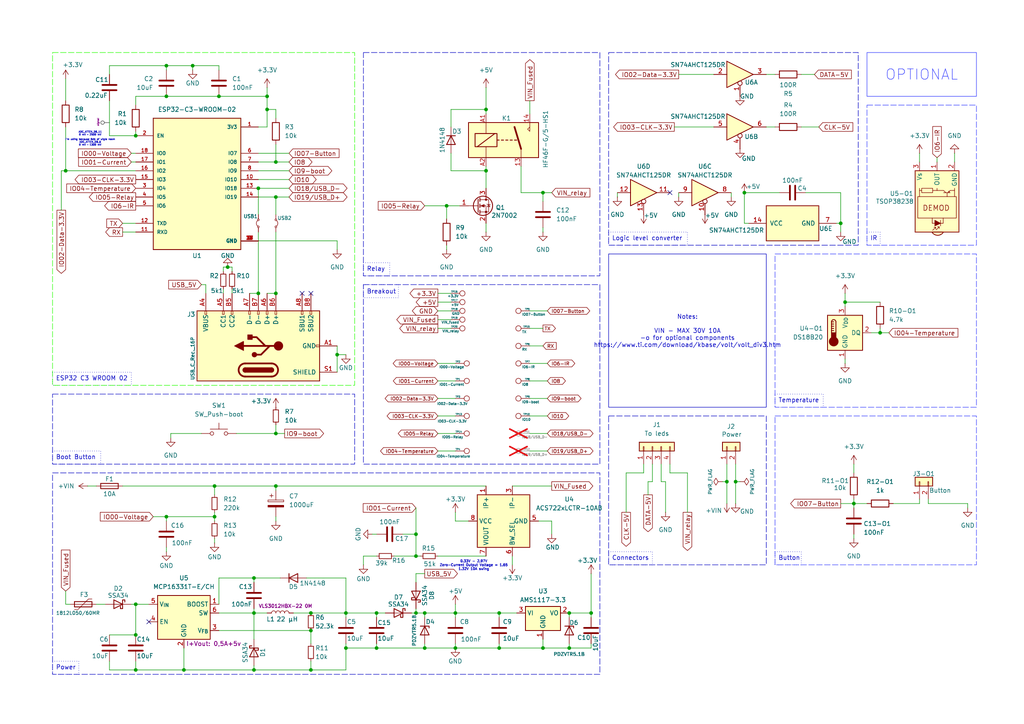
<source format=kicad_sch>
(kicad_sch (version 20231120) (generator "eeschema") (generator_version "8.0")
  (paper "A4")
  (title_block (title "wled_controller") (company "Drawn by Tomáš Kuchta") (comment 4 "V0.31"))
  (junction (at 80.01 57.15))
  (junction (at 80.01 140.97))
  (junction (at 77.47 31.75))
  (junction (at 109.22 177.8))
  (junction (at 215.9 55.88))
  (junction (at 90.17 182.88))
  (junction (at 80.01 46.99))
  (junction (at 73.66 177.8))
  (junction (at 39.37 194.31))
  (junction (at 73.66 194.31))
  (junction (at 140.97 49.53))
  (junction (at 39.37 175.26))
  (junction (at 48.26 27.94))
  (junction (at 140.97 31.75))
  (junction (at 74.93 54.61))
  (junction (at 109.22 187.96))
  (junction (at 157.48 55.88))
  (junction (at 132.08 187.96))
  (junction (at 165.1 187.96))
  (junction (at 77.47 27.94))
  (junction (at 247.65 146.05))
  (junction (at 80.01 125.73))
  (junction (at 255.27 96.52))
  (junction (at 66.04 77.47))
  (junction (at 63.5 27.94))
  (junction (at 129.54 59.69))
  (junction (at 100.33 187.96))
  (junction (at 165.1 177.8))
  (junction (at 123.19 187.96))
  (junction (at 53.34 194.31))
  (junction (at 123.19 177.8))
  (junction (at 100.33 177.8))
  (junction (at 48.26 19.05))
  (junction (at 144.78 187.96))
  (junction (at 210.82 139.7))
  (junction (at 19.05 49.53))
  (junction (at 171.45 177.8))
  (junction (at 62.23 140.97))
  (junction (at 74.93 85.09))
  (junction (at 245.11 87.63))
  (junction (at 120.65 154.94))
  (junction (at 120.65 161.29))
  (junction (at 144.78 177.8))
  (junction (at 48.26 149.86))
  (junction (at 132.08 177.8))
  (junction (at 90.17 194.31))
  (junction (at 62.23 149.86))
  (junction (at 120.65 177.8))
  (junction (at 157.48 187.96))
  (junction (at 39.37 184.15))
  (junction (at 90.17 177.8))
  (junction (at 80.01 85.09))
  (junction (at 55.88 19.05))
  (junction (at 73.66 167.64))
  (junction (at 39.37 39.37))
  (junction (at 97.79 102.87))
  (junction (at 213.36 139.7))
  (junction (at 243.84 64.77))
  (no_connect (at 87.63 85.09))
  (no_connect (at 43.18 180.34))
  (no_connect (at 90.17 85.09))
  (no_connect (at 194.31 55.88))
  (wire (pts (xy 194.31 137.16) (xy 194.31 134.62)))
  (wire (pts (xy 44.45 149.86) (xy 48.26 149.86)))
  (wire (pts (xy 213.36 134.62) (xy 213.36 139.7)))
  (wire (pts (xy 165.1 177.8) (xy 165.1 179.07)))
  (wire (pts (xy 255.27 95.25) (xy 255.27 96.52)))
  (wire (pts (xy 186.69 137.16) (xy 181.61 137.16)))
  (wire (pts (xy 187.96 139.7) (xy 187.96 143.51)))
  (wire (pts (xy 129.54 71.12) (xy 129.54 72.39)))
  (wire (pts (xy 123.19 177.8) (xy 123.19 179.07)))
  (wire (pts (xy 39.37 30.48) (xy 39.37 27.94)))
  (wire (pts (xy 130.81 44.45) (xy 130.81 49.53)))
  (wire (pts (xy 31.75 29.21) (xy 31.75 39.37)))
  (wire (pts (xy 157.48 185.42) (xy 157.48 187.96)))
  (wire (pts (xy 148.59 161.29) (xy 148.59 163.83)))
  (wire (pts (xy 158.75 90.17) (xy 153.67 90.17)))
  (wire (pts (xy 77.47 31.75) (xy 77.47 36.83)))
  (wire (pts (xy 27.94 175.26) (xy 30.48 175.26)))
  (wire (pts (xy 31.75 39.37) (xy 39.37 39.37)))
  (wire (pts (xy 62.23 156.21) (xy 62.23 157.48)))
  (wire (pts (xy 132.08 175.26) (xy 132.08 177.8)))
  (wire (pts (xy 127 161.29) (xy 140.97 161.29)))
  (wire (pts (xy 247.65 146.05) (xy 243.84 146.05)))
  (wire (pts (xy 90.17 191.77) (xy 90.17 194.31)))
  (wire (pts (xy 245.11 87.63) (xy 245.11 88.9)))
  (wire (pts (xy 158.75 115.57) (xy 153.67 115.57)))
  (wire (pts (xy 127 130.81) (xy 132.08 130.81)))
  (wire (pts (xy 19.05 175.26) (xy 20.32 175.26)))
  (wire (pts (xy 158.75 130.81) (xy 153.67 130.81)))
  (wire (pts (xy 97.79 69.85) (xy 97.79 72.39)))
  (wire (pts (xy 144.78 186.69) (xy 144.78 187.96)))
  (wire (pts (xy 247.65 146.05) (xy 251.46 146.05)))
  (wire (pts (xy 144.78 187.96) (xy 157.48 187.96)))
  (wire (pts (xy 63.5 175.26) (xy 63.5 167.64)))
  (wire (pts (xy 157.48 187.96) (xy 165.1 187.96)))
  (wire (pts (xy 48.26 19.05) (xy 55.88 19.05)))
  (wire (pts (xy 59.69 82.55) (xy 59.69 85.09)))
  (wire (pts (xy 62.23 149.86) (xy 62.23 151.13)))
  (wire (pts (xy 127 92.71) (xy 130.81 92.71)))
  (wire (pts (xy 179.07 55.88) (xy 179.07 57.15)))
  (wire (pts (xy 80.01 123.19) (xy 80.01 125.73)))
  (wire (pts (xy 39.37 194.31) (xy 53.34 194.31)))
  (wire (pts (xy 269.24 146.05) (xy 269.24 144.78)))
  (wire (pts (xy 90.17 177.8) (xy 100.33 177.8)))
  (wire (pts (xy 276.86 44.45) (xy 276.86 46.99)))
  (wire (pts (xy 193.04 139.7) (xy 191.77 139.7)))
  (wire (pts (xy 123.19 187.96) (xy 132.08 187.96)))
  (wire (pts (xy 80.01 57.15) (xy 83.82 57.15)))
  (wire (pts (xy 63.5 19.05) (xy 63.5 20.32)))
  (wire (pts (xy 74.93 52.07) (xy 83.82 52.07)))
  (wire (pts (xy 232.41 36.83) (xy 237.49 36.83)))
  (wire (pts (xy 165.1 187.96) (xy 171.45 187.96)))
  (wire (pts (xy 245.11 104.14) (xy 245.11 105.41)))
  (wire (pts (xy 140.97 49.53) (xy 140.97 54.61)))
  (wire (pts (xy 109.22 154.94) (xy 107.95 154.94)))
  (wire (pts (xy 31.75 194.31) (xy 39.37 194.31)))
  (wire (pts (xy 123.19 186.69) (xy 123.19 187.96)))
  (wire (pts (xy 62.23 140.97) (xy 80.01 140.97)))
  (wire (pts (xy 74.93 36.83) (xy 77.47 36.83)))
  (wire (pts (xy 68.58 125.73) (xy 80.01 125.73)))
  (wire (pts (xy 233.68 55.88) (xy 243.84 55.88)))
  (wire (pts (xy 31.75 21.59) (xy 31.75 19.05)))
  (wire (pts (xy 88.9 167.64) (xy 100.33 167.64)))
  (wire (pts (xy 120.65 177.8) (xy 119.38 177.8)))
  (wire (pts (xy 55.88 19.05) (xy 55.88 20.32)))
  (wire (pts (xy 38.1 175.26) (xy 39.37 175.26)))
  (wire (pts (xy 247.65 146.05) (xy 247.65 147.32)))
  (wire (pts (xy 72.39 85.09) (xy 74.93 85.09)))
  (wire (pts (xy 132.08 186.69) (xy 132.08 187.96)))
  (wire (pts (xy 80.01 57.15) (xy 80.01 62.23)))
  (wire (pts (xy 80.01 46.99) (xy 83.82 46.99)))
  (wire (pts (xy 109.22 187.96) (xy 123.19 187.96)))
  (wire (pts (xy 80.01 142.24) (xy 80.01 140.97)))
  (wire (pts (xy 158.75 105.41) (xy 153.67 105.41)))
  (wire (pts (xy 80.01 67.31) (xy 80.01 85.09)))
  (wire (pts (xy 187.96 139.7) (xy 189.23 139.7)))
  (wire (pts (xy 247.65 154.94) (xy 247.65 156.21)))
  (wire (pts (xy 39.37 175.26) (xy 43.18 175.26)))
  (wire (pts (xy 245.11 87.63) (xy 245.11 85.09)))
  (wire (pts (xy 132.08 151.13) (xy 135.89 151.13)))
  (wire (pts (xy 73.66 167.64) (xy 73.66 168.91)))
  (wire (pts (xy 39.37 49.53) (xy 19.05 49.53)))
  (wire (pts (xy 35.56 67.31) (xy 39.37 67.31)))
  (wire (pts (xy 129.54 59.69) (xy 129.54 63.5)))
  (wire (pts (xy 186.69 137.16) (xy 186.69 134.62)))
  (wire (pts (xy 255.27 87.63) (xy 245.11 87.63)))
  (wire (pts (xy 48.26 149.86) (xy 62.23 149.86)))
  (wire (pts (xy 66.04 77.47) (xy 67.31 77.47)))
  (wire (pts (xy 123.19 59.69) (xy 129.54 59.69)))
  (wire (pts (xy 217.17 64.77) (xy 215.9 64.77)))
  (wire (pts (xy 243.84 64.77) (xy 242.57 64.77)))
  (wire (pts (xy 109.22 177.8) (xy 109.22 179.07)))
  (wire (pts (xy 144.78 177.8) (xy 144.78 179.07)))
  (wire (pts (xy 243.84 67.31) (xy 243.84 64.77)))
  (wire (pts (xy 48.26 19.05) (xy 48.26 20.32)))
  (wire (pts (xy 153.67 29.21) (xy 153.67 33.02)))
  (wire (pts (xy 64.77 83.82) (xy 64.77 85.09)))
  (wire (pts (xy 73.66 194.31) (xy 90.17 194.31)))
  (wire (pts (xy 132.08 187.96) (xy 144.78 187.96)))
  (wire (pts (xy 77.47 85.09) (xy 80.01 85.09)))
  (wire (pts (xy 74.93 57.15) (xy 80.01 57.15)))
  (wire (pts (xy 73.66 167.64) (xy 81.28 167.64)))
  (wire (pts (xy 73.66 177.8) (xy 73.66 185.42)))
  (wire (pts (xy 191.77 139.7) (xy 191.77 134.62)))
  (wire (pts (xy 39.37 175.26) (xy 39.37 184.15)))
  (wire (pts (xy 222.25 36.83) (xy 224.79 36.83)))
  (wire (pts (xy 39.37 38.1) (xy 39.37 39.37)))
  (wire (pts (xy 127 105.41) (xy 132.08 105.41)))
  (wire (pts (xy 151.13 55.88) (xy 157.48 55.88)))
  (wire (pts (xy 74.93 44.45) (xy 83.82 44.45)))
  (wire (pts (xy 55.88 19.05) (xy 63.5 19.05)))
  (wire (pts (xy 157.48 58.42) (xy 157.48 55.88)))
  (wire (pts (xy 130.81 31.75) (xy 140.97 31.75)))
  (wire (pts (xy 130.81 49.53) (xy 140.97 49.53)))
  (wire (pts (xy 114.3 161.29) (xy 120.65 161.29)))
  (wire (pts (xy 151.13 48.26) (xy 151.13 55.88)))
  (wire (pts (xy 100.33 177.8) (xy 100.33 179.07)))
  (wire (pts (xy 105.41 161.29) (xy 109.22 161.29)))
  (wire (pts (xy 222.25 21.59) (xy 224.79 21.59)))
  (wire (pts (xy 144.78 177.8) (xy 149.86 177.8)))
  (wire (pts (xy 209.55 139.7) (xy 210.82 139.7)))
  (wire (pts (xy 255.27 96.52) (xy 257.81 96.52)))
  (wire (pts (xy 109.22 177.8) (xy 111.76 177.8)))
  (wire (pts (xy 80.01 125.73) (xy 82.55 125.73)))
  (wire (pts (xy 127 115.57) (xy 132.08 115.57)))
  (wire (pts (xy 105.41 163.83) (xy 105.41 161.29)))
  (wire (pts (xy 153.67 95.25) (xy 157.48 95.25)))
  (wire (pts (xy 35.56 64.77) (xy 39.37 64.77)))
  (wire (pts (xy 25.4 140.97) (xy 27.94 140.97)))
  (wire (pts (xy 31.75 184.15) (xy 39.37 184.15)))
  (wire (pts (xy 158.75 120.65) (xy 153.67 120.65)))
  (wire (pts (xy 157.48 66.04) (xy 157.48 67.31)))
  (wire (pts (xy 64.77 77.47) (xy 66.04 77.47)))
  (wire (pts (xy 49.53 127) (xy 49.53 125.73)))
  (wire (pts (xy 17.78 49.53) (xy 19.05 49.53)))
  (wire (pts (xy 247.65 144.78) (xy 247.65 146.05)))
  (wire (pts (xy 19.05 49.53) (xy 19.05 36.83)))
  (wire (pts (xy 232.41 21.59) (xy 236.22 21.59)))
  (wire (pts (xy 127 87.63) (xy 130.81 87.63)))
  (wire (pts (xy 196.85 21.59) (xy 207.01 21.59)))
  (wire (pts (xy 39.37 27.94) (xy 48.26 27.94)))
  (wire (pts (xy 271.78 45.72) (xy 271.78 46.99)))
  (wire (pts (xy 100.33 187.96) (xy 109.22 187.96)))
  (wire (pts (xy 48.26 27.94) (xy 63.5 27.94)))
  (wire (pts (xy 97.79 100.33) (xy 97.79 102.87)))
  (wire (pts (xy 127 95.25) (xy 130.81 95.25)))
  (wire (pts (xy 266.7 146.05) (xy 266.7 144.78)))
  (wire (pts (xy 73.66 176.53) (xy 73.66 177.8)))
  (wire (pts (xy 19.05 22.86) (xy 19.05 29.21)))
  (wire (pts (xy 74.93 67.31) (xy 74.93 85.09)))
  (wire (pts (xy 252.73 96.52) (xy 255.27 96.52)))
  (wire (pts (xy 31.75 19.05) (xy 48.26 19.05)))
  (wire (pts (xy 38.1 44.45) (xy 39.37 44.45)))
  (wire (pts (xy 171.45 166.37) (xy 171.45 177.8)))
  (wire (pts (xy 85.09 177.8) (xy 90.17 177.8)))
  (wire (pts (xy 140.97 48.26) (xy 140.97 49.53)))
  (wire (pts (xy 121.92 161.29) (xy 120.65 161.29)))
  (wire (pts (xy 127 85.09) (xy 130.81 85.09)))
  (wire (pts (xy 90.17 182.88) (xy 90.17 186.69)))
  (wire (pts (xy 127 110.49) (xy 132.08 110.49)))
  (wire (pts (xy 80.01 151.13) (xy 80.01 149.86)))
  (wire (pts (xy 53.34 194.31) (xy 53.34 187.96)))
  (wire (pts (xy 199.39 137.16) (xy 199.39 148.59)))
  (wire (pts (xy 80.01 34.29) (xy 80.01 31.75)))
  (wire (pts (xy 120.65 147.32) (xy 120.65 154.94)))
  (wire (pts (xy 153.67 100.33) (xy 157.48 100.33)))
  (wire (pts (xy 259.08 146.05) (xy 266.7 146.05)))
  (wire (pts (xy 280.67 146.05) (xy 280.67 147.32)))
  (wire (pts (xy 165.1 186.69) (xy 165.1 187.96)))
  (wire (pts (xy 140.97 31.75) (xy 140.97 33.02)))
  (wire (pts (xy 199.39 137.16) (xy 194.31 137.16)))
  (wire (pts (xy 19.05 175.26) (xy 19.05 171.45)))
  (wire (pts (xy 48.26 158.75) (xy 48.26 160.02)))
  (wire (pts (xy 210.82 134.62) (xy 210.82 139.7)))
  (wire (pts (xy 73.66 193.04) (xy 73.66 194.31)))
  (wire (pts (xy 49.53 125.73) (xy 58.42 125.73)))
  (wire (pts (xy 48.26 151.13) (xy 48.26 149.86)))
  (wire (pts (xy 212.09 55.88) (xy 212.09 57.15)))
  (wire (pts (xy 193.04 139.7) (xy 193.04 148.59)))
  (wire (pts (xy 158.75 125.73) (xy 153.67 125.73)))
  (wire (pts (xy 181.61 137.16) (xy 181.61 148.59)))
  (wire (pts (xy 247.65 134.62) (xy 247.65 137.16)))
  (wire (pts (xy 215.9 55.88) (xy 226.06 55.88)))
  (wire (pts (xy 63.5 182.88) (xy 90.17 182.88)))
  (wire (pts (xy 39.37 194.31) (xy 39.37 191.77)))
  (wire (pts (xy 77.47 25.4) (xy 77.47 27.94)))
  (wire (pts (xy 62.23 140.97) (xy 62.23 143.51)))
  (wire (pts (xy 156.21 151.13) (xy 160.02 151.13)))
  (wire (pts (xy 120.65 166.37) (xy 120.65 168.91)))
  (wire (pts (xy 73.66 177.8) (xy 77.47 177.8)))
  (wire (pts (xy 58.42 82.55) (xy 59.69 82.55)))
  (wire (pts (xy 132.08 151.13) (xy 132.08 148.59)))
  (wire (pts (xy 157.48 55.88) (xy 160.02 55.88)))
  (wire (pts (xy 140.97 25.4) (xy 140.97 31.75)))
  (wire (pts (xy 132.08 177.8) (xy 144.78 177.8)))
  (wire (pts (xy 63.5 27.94) (xy 77.47 27.94)))
  (wire (pts (xy 195.58 36.83) (xy 207.01 36.83)))
  (wire (pts (xy 130.81 36.83) (xy 130.81 31.75)))
  (wire (pts (xy 100.33 167.64) (xy 100.33 177.8)))
  (wire (pts (xy 127 125.73) (xy 132.08 125.73)))
  (wire (pts (xy 243.84 55.88) (xy 243.84 64.77)))
  (wire (pts (xy 140.97 64.77) (xy 140.97 67.31)))
  (wire (pts (xy 120.65 177.8) (xy 123.19 177.8)))
  (wire (pts (xy 63.5 177.8) (xy 73.66 177.8)))
  (wire (pts (xy 97.79 102.87) (xy 97.79 107.95)))
  (wire (pts (xy 90.17 194.31) (xy 100.33 194.31)))
  (wire (pts (xy 80.01 46.99) (xy 80.01 41.91)))
  (wire (pts (xy 74.93 54.61) (xy 83.82 54.61)))
  (wire (pts (xy 148.59 140.97) (xy 160.02 140.97)))
  (wire (pts (xy 116.84 154.94) (xy 120.65 154.94)))
  (wire (pts (xy 74.93 46.99) (xy 80.01 46.99)))
  (wire (pts (xy 123.19 177.8) (xy 132.08 177.8)))
  (wire (pts (xy 210.82 146.05) (xy 210.82 139.7)))
  (wire (pts (xy 64.77 77.47) (xy 64.77 78.74)))
  (wire (pts (xy 196.85 55.88) (xy 196.85 57.15)))
  (wire (pts (xy 100.33 186.69) (xy 100.33 187.96)))
  (wire (pts (xy 120.65 154.94) (xy 120.65 161.29)))
  (wire (pts (xy 171.45 186.69) (xy 171.45 187.96)))
  (wire (pts (xy 35.56 140.97) (xy 62.23 140.97)))
  (wire (pts (xy 67.31 83.82) (xy 67.31 85.09)))
  (wire (pts (xy 215.9 64.77) (xy 215.9 55.88)))
  (wire (pts (xy 214.63 139.7) (xy 213.36 139.7)))
  (wire (pts (xy 62.23 148.59) (xy 62.23 149.86)))
  (wire (pts (xy 123.19 166.37) (xy 120.65 166.37)))
  (wire (pts (xy 100.33 177.8) (xy 109.22 177.8)))
  (wire (pts (xy 80.01 31.75) (xy 77.47 31.75)))
  (wire (pts (xy 74.93 69.85) (xy 97.79 69.85)))
  (wire (pts (xy 109.22 186.69) (xy 109.22 187.96)))
  (wire (pts (xy 80.01 140.97) (xy 140.97 140.97)))
  (wire (pts (xy 189.23 134.62) (xy 189.23 139.7)))
  (wire (pts (xy 213.36 139.7) (xy 213.36 146.05)))
  (wire (pts (xy 17.78 49.53) (xy 17.78 60.96)))
  (wire (pts (xy 165.1 177.8) (xy 171.45 177.8)))
  (wire (pts (xy 133.35 59.69) (xy 129.54 59.69)))
  (wire (pts (xy 97.79 102.87) (xy 100.33 102.87)))
  (wire (pts (xy 127 120.65) (xy 132.08 120.65)))
  (wire (pts (xy 160.02 151.13) (xy 160.02 154.94)))
  (wire (pts (xy 31.75 194.31) (xy 31.75 191.77)))
  (wire (pts (xy 53.34 194.31) (xy 73.66 194.31)))
  (wire (pts (xy 100.33 194.31) (xy 100.33 187.96)))
  (wire (pts (xy 171.45 179.07) (xy 171.45 177.8)))
  (wire (pts (xy 74.93 54.61) (xy 74.93 62.23)))
  (wire (pts (xy 63.5 167.64) (xy 73.66 167.64)))
  (wire (pts (xy 120.65 176.53) (xy 120.65 177.8)))
  (wire (pts (xy 132.08 177.8) (xy 132.08 179.07)))
  (wire (pts (xy 266.7 44.45) (xy 266.7 46.99)))
  (wire (pts (xy 74.93 49.53) (xy 83.82 49.53)))
  (wire (pts (xy 38.1 46.99) (xy 39.37 46.99)))
  (wire (pts (xy 67.31 77.47) (xy 67.31 78.74)))
  (wire (pts (xy 158.75 110.49) (xy 153.67 110.49)))
  (wire (pts (xy 77.47 27.94) (xy 77.47 31.75)))
  (wire (pts (xy 269.24 146.05) (xy 280.67 146.05)))
  (wire (pts (xy 127 90.17) (xy 130.81 90.17)))
  (rectangle (start 105.41 15.24) (end 173.99 80.01) (stroke (width 0) (type dash)))
  (rectangle (start 105.41 82.55) (end 173.99 134.62) (stroke (width 0) (type dash)))
  (rectangle (start 15.24 137.16) (end 173.99 195.58) (stroke (width 0) (type dash)))
  (rectangle (start 251.46 30.48) (end 283.21 71.12) (stroke (width 0) (type dash) (color 52 60 255 1)))
  (rectangle (start 224.79 73.66) (end 283.21 118.11) (stroke (width 0) (type dash) (color 52 60 255 1)))
  (rectangle (start 224.79 120.65) (end 283.21 163.83) (stroke (width 0) (type dash) (color 52 60 255 1)))
  (rectangle (start 176.53 120.65) (end 222.25 163.83) (stroke (width 0) (type dash)))
  (rectangle (start 15.24 15.24) (end 102.87 111.76) (stroke (width 0) (type dash) (color 36 255 0 1)))
  (rectangle (start 176.53 15.24) (end 248.92 71.12) (stroke (width 0) (type dash)))
  (rectangle (start 15.24 114.3) (end 102.87 134.62) (stroke (width 0) (type dash)))
  (text_box "Notes:\n\nVIN - MAX 30V 10A\n-o for optional components\nhttps://www.ti.com/download/kbase/volt/volt_div3.htm" (at 176.53 73.66 0) (size 45.72 44.45) (effects (font (size 1.27 1.27))))
  (text_box "Button" (at 224.79 160.02 0) (size 7.62 3.81) (stroke (width 0) (type dot)) (effects (font (size 1.27 1.27)) (justify left top)))
  (text_box "Relay" (at 105.41 76.2 0) (size 7.62 3.81) (stroke (width 0) (type dot)) (effects (font (size 1.27 1.27)) (justify left top)))
  (text_box "Connectors" (at 176.53 160.02 0) (size 12.7 3.81) (stroke (width 0) (type dot)) (effects (font (size 1.27 1.27)) (justify left top)))
  (text_box "Breakout" (at 105.41 82.55 0) (size 10.16 3.81) (stroke (width 0) (type dot)) (effects (font (size 1.27 1.27)) (justify left)))
  (text_box "ESP32 ­C3 ­WROOM ­02" (at 15.24 107.95 0) (size 22.86 3.81) (stroke (width 0) (type dot)) (effects (font (size 1.27 1.27)) (justify left top)))
  (text_box "Power" (at 15.24 191.77 0) (size 7.62 3.81) (stroke (width 0) (type dot)) (effects (font (size 1.27 1.27)) (justify left top)))
  (text_box "IR" (at 251.46 67.31 0) (size 3.81 3.81) (stroke (width 0) (type dot)) (effects (font (size 1.27 1.27)) (justify left top)))
  (text_box "Logic level converter" (at 176.53 67.31 0) (size 22.86 3.81) (stroke (width 0) (type dot)) (effects (font (size 1.27 1.27)) (justify left top)))
  (text_box "OPTIONAL" (at 251.46 15.24 0) (size 31.75 12.7) (stroke (width 0) (color 52 60 255 1)) (effects (font (size 3 3))))
  (text_box "Temperature" (at 224.79 114.3 0) (size 13.97 3.81) (stroke (width 0) (type dot)) (effects (font (size 1.27 1.27)) (justify left top)))
  (text_box "Boot Button" (at 15.24 130.81 0) (size 13.97 3.81) (stroke (width 0) (type dot)) (effects (font (size 1.27 1.27)) (justify left top)))
  (text "ADC_ATTEN_DB_11\n0 mV ~ 2500 mV" (at 26.162 38.862 0) (effects (font (size 0.5 0.5))))
  (text "0.33V - 2.97V\nZero-Current Output Voltage = 1.65\n1.32V 10A swing" (at 137.414 164.084 0) (effects (font (size 0.7 0.7))))
  (text "I'm using because 6db of wigle room\nADC_ATTEN_DB_6\n0 mV ~ 1300 mV" (at 26.162 41.402 0) (effects (font (size 0.5 0.5))))
  (global_label "TX" (shape input) (at 35.56 64.77 180) (property "Intersheetrefs" "${INTERSHEET_REFS}" (effects (hide yes))))
  (global_label "IO03-CLK-3.3V" (shape bidirectional) (at 127 120.65 180) (effects (font (size 1 1))) (property "Intersheetrefs" "${INTERSHEET_REFS}" (effects (hide yes))))
  (global_label "IO19{slash}USB_D+" (shape bidirectional) (at 158.75 130.81 0) (effects (font (size 1 1))) (property "Intersheetrefs" "${INTERSHEET_REFS}" (effects (hide yes))))
  (global_label "DATA-5V" (shape output) (at 187.96 143.51 270) (property "Intersheetrefs" "${INTERSHEET_REFS}" (effects (hide yes))))
  (global_label "IO6-IR" (shape output) (at 39.37 59.69 180) (property "Intersheetrefs" "${INTERSHEET_REFS}" (effects (hide yes))))
  (global_label "IO07-Button" (shape bidirectional) (at 158.75 90.17 0) (effects (font (size 1 1))) (property "Intersheetrefs" "${INTERSHEET_REFS}" (effects (hide yes))))
  (global_label "IO05-Relay" (shape input) (at 123.19 59.69 180) (property "Intersheetrefs" "${INTERSHEET_REFS}" (effects (hide yes))))
  (global_label "IO10" (shape bidirectional) (at 158.75 120.65 0) (effects (font (size 1 1))) (property "Intersheetrefs" "${INTERSHEET_REFS}" (effects (hide yes))))
  (global_label "IO10" (shape bidirectional) (at 83.82 52.07 0) (property "Intersheetrefs" "${INTERSHEET_REFS}" (effects (hide yes))))
  (global_label "IO00-Voltage" (shape input) (at 44.45 149.86 180) (property "Intersheetrefs" "${INTERSHEET_REFS}" (effects (hide yes))))
  (global_label "IO07-Button" (shape output) (at 243.84 146.05 180) (property "Intersheetrefs" "${INTERSHEET_REFS}" (effects (hide yes))))
  (global_label "IO00-Voltage" (shape input) (at 38.1 44.45 180) (property "Intersheetrefs" "${INTERSHEET_REFS}" (effects (hide yes))))
  (global_label "DATA-5V" (shape input) (at 236.22 21.59 0) (property "Intersheetrefs" "${INTERSHEET_REFS}" (effects (hide yes))))
  (global_label "RX" (shape input) (at 157.48 100.33 0) (effects (font (size 1 1))) (property "Intersheetrefs" "${INTERSHEET_REFS}" (effects (hide yes))))
  (global_label "CLK-5V" (shape input) (at 237.49 36.83 0) (property "Intersheetrefs" "${INTERSHEET_REFS}" (effects (hide yes))))
  (global_label "+5V" (shape output) (at 127 87.63 180) (property "Intersheetrefs" "${INTERSHEET_REFS}" (effects (hide yes))))
  (global_label "+3.3V" (shape output) (at 127 85.09 180) (property "Intersheetrefs" "${INTERSHEET_REFS}" (effects (hide yes))))
  (global_label "IO19{slash}USB_D+" (shape bidirectional) (at 83.82 57.15 0) (property "Intersheetrefs" "${INTERSHEET_REFS}" (effects (hide yes))))
  (global_label "IO8" (shape bidirectional) (at 158.75 110.49 0) (effects (font (size 1 1))) (property "Intersheetrefs" "${INTERSHEET_REFS}" (effects (hide yes))))
  (global_label "IO02-Data-3.3V" (shape output) (at 196.85 21.59 180) (property "Intersheetrefs" "${INTERSHEET_REFS}" (effects (hide yes))))
  (global_label "IO9-boot" (shape bidirectional) (at 158.75 115.57 0) (effects (font (size 1 1))) (property "Intersheetrefs" "${INTERSHEET_REFS}" (effects (hide yes))))
  (global_label "IO05-Relay" (shape bidirectional) (at 127 125.73 180) (effects (font (size 1 1))) (property "Intersheetrefs" "${INTERSHEET_REFS}" (effects (hide yes))))
  (global_label "VIN_Fused" (shape output) (at 160.02 140.97 0) (property "Intersheetrefs" "${INTERSHEET_REFS}" (effects (hide yes))))
  (global_label "IO9-boot" (shape output) (at 82.55 125.73 0) (property "Intersheetrefs" "${INTERSHEET_REFS}" (effects (hide yes))))
  (global_label "VIN_Fused" (shape output) (at 127 92.71 180) (property "Intersheetrefs" "${INTERSHEET_REFS}" (effects (hide yes))))
  (global_label "IO18{slash}USB_D-" (shape bidirectional) (at 83.82 54.61 0) (property "Intersheetrefs" "${INTERSHEET_REFS}" (effects (hide yes))))
  (global_label "VIN_relay" (shape output) (at 127 95.25 180) (property "Intersheetrefs" "${INTERSHEET_REFS}" (effects (hide yes))))
  (global_label "IO01-Current" (shape bidirectional) (at 127 110.49 180) (effects (font (size 1 1))) (property "Intersheetrefs" "${INTERSHEET_REFS}" (effects (hide yes))))
  (global_label "IO02-Data-3.3V" (shape bidirectional) (at 127 115.57 180) (effects (font (size 1 1))) (property "Intersheetrefs" "${INTERSHEET_REFS}" (effects (hide yes))))
  (global_label "IO9-boot" (shape bidirectional) (at 83.82 49.53 0) (property "Intersheetrefs" "${INTERSHEET_REFS}" (effects (hide yes))))
  (global_label "IO00-Voltage" (shape bidirectional) (at 127 105.41 180) (effects (font (size 1 1))) (property "Intersheetrefs" "${INTERSHEET_REFS}" (effects (hide yes))))
  (global_label "IO07-Button" (shape input) (at 83.82 44.45 0) (property "Intersheetrefs" "${INTERSHEET_REFS}" (effects (hide yes))))
  (global_label "IO04-Temperature" (shape input) (at 257.81 96.52 0) (property "Intersheetrefs" "${INTERSHEET_REFS}" (effects (hide yes))))
  (global_label "USB_5V" (shape output) (at 123.19 166.37 0) (property "Intersheetrefs" "${INTERSHEET_REFS}" (effects (hide yes))))
  (global_label "IO18{slash}USB_D-" (shape bidirectional) (at 158.75 125.73 0) (effects (font (size 1 1))) (property "Intersheetrefs" "${INTERSHEET_REFS}" (effects (hide yes))))
  (global_label "IO01-Current" (shape input) (at 38.1 46.99 180) (property "Intersheetrefs" "${INTERSHEET_REFS}" (effects (hide yes))))
  (global_label "IO05-Relay" (shape output) (at 39.37 57.15 180) (property "Intersheetrefs" "${INTERSHEET_REFS}" (effects (hide yes))))
  (global_label "TX" (shape output) (at 157.48 95.25 0) (effects (font (size 1 1))) (property "Intersheetrefs" "${INTERSHEET_REFS}" (effects (hide yes))))
  (global_label "VIN_relay" (shape output) (at 199.39 148.59 270) (property "Intersheetrefs" "${INTERSHEET_REFS}" (effects (hide yes))))
  (global_label "IO6-IR" (shape input) (at 271.78 45.72 90) (property "Intersheetrefs" "${INTERSHEET_REFS}" (effects (hide yes))))
  (global_label "VIN_Fused" (shape output) (at 153.67 29.21 90) (property "Intersheetrefs" "${INTERSHEET_REFS}" (effects (hide yes))))
  (global_label "IO04-Temperature" (shape bidirectional) (at 127 130.81 180) (effects (font (size 1 1))) (property "Intersheetrefs" "${INTERSHEET_REFS}" (effects (hide yes))))
  (global_label "RX" (shape output) (at 35.56 67.31 180) (property "Intersheetrefs" "${INTERSHEET_REFS}" (effects (hide yes))))
  (global_label "IO01-Current" (shape input) (at 120.65 147.32 180) (property "Intersheetrefs" "${INTERSHEET_REFS}" (effects (hide yes))))
  (global_label "IO6-IR" (shape bidirectional) (at 158.75 105.41 0) (effects (font (size 1 1))) (property "Intersheetrefs" "${INTERSHEET_REFS}" (effects (hide yes))))
  (global_label "IO04-Temperature" (shape input) (at 39.37 54.61 180) (property "Intersheetrefs" "${INTERSHEET_REFS}" (effects (hide yes))))
  (global_label "USB_5V" (shape input) (at 58.42 82.55 180) (property "Intersheetrefs" "${INTERSHEET_REFS}" (effects (hide yes))))
  (global_label "IO03-CLK-3.3V" (shape output) (at 39.37 52.07 180) (property "Intersheetrefs" "${INTERSHEET_REFS}" (effects (hide yes))))
  (global_label "IO8" (shape bidirectional) (at 83.82 46.99 0) (property "Intersheetrefs" "${INTERSHEET_REFS}" (effects (hide yes))))
  (global_label "CLK-5V" (shape output) (at 181.61 148.59 270) (property "Intersheetrefs" "${INTERSHEET_REFS}" (effects (hide yes))))
  (global_label "IO02-Data-3.3V" (shape output) (at 17.78 60.96 270) (property "Intersheetrefs" "${INTERSHEET_REFS}" (effects (hide yes))))
  (global_label "VIN_Fused" (shape input) (at 19.05 171.45 90) (property "Intersheetrefs" "${INTERSHEET_REFS}" (effects (hide yes))))
  (global_label "IO03-CLK-3.3V" (shape output) (at 195.58 36.83 180) (property "Intersheetrefs" "${INTERSHEET_REFS}" (effects (hide yes))))
  (global_label "VIN_relay" (shape input) (at 160.02 55.88 0) (property "Intersheetrefs" "${INTERSHEET_REFS}" (effects (hide yes))))
  (global_label "GND" (shape bidirectional) (at 127 90.17 180) (property "Intersheetrefs" "${INTERSHEET_REFS}" (effects (hide yes))))
  (netclass_flag "" (length 2) (shape round) (at 31.75 35.56 90) (property "Netclass" "signal" (at 28.448 36.576 90) (effects (font (size 0.5 0.5) (italic yes)) (justify left))))
  (symbol (lib_id "Connector_Generic:Conn_01x04") (at 189.23 129.54 90) (unit 1)
    (property "Reference" "J1" (at 190.5 123.19 90))
    (property "Value" "To leds" (at 190.5 125.73 90))
    (property "Description" "Generic connector, single row, 01x04, script generated (kicad-library-utils/schlib/autogen/connector/)" (effects (hide yes)))
  )
  (symbol (lib_id "power:+5V") (at 186.69 62.23 180) (unit 1)
    (property "Reference" "#PWR040" (effects (hide yes)))
    (property "Value" "+5V" (at 188.722 62.484 0))
    (property "Description" "Power symbol creates a global label with name \"+5V\"" (effects (hide yes)))
  )
  (symbol (lib_id "Connector:TestPoint") (at 153.67 125.73 90) (mirror x) (unit 1) (in_bom no) (on_board no) (dnp yes)
    (property "Reference" "TP11" (at 153.67 125.222 90) (effects (font (size 0.5 0.5)) (justify left)))
    (property "Value" "IO18/USB_D-" (at 151.384 126.746 90) (effects (font (size 0.7 0.7)) (justify right)))
    (property "Footprint" "TestPoint:TestPoint_Pad_D2.0mm" (effects (hide yes)))
    (property "Description" "test point" (effects (hide yes)))
  )
  (symbol (lib_id "Device:R_Small") (at 124.46 161.29 270) (mirror x) (unit 1)
    (property "Reference" "R15" (at 126.238 159.004 90) (effects (justify right)))
    (property "Value" "51k" (at 126.492 163.576 90) (effects (justify right)))
    (property "Footprint" "Resistor_SMD:R_0805_2012Metric_Pad1.20x1.40mm_HandSolder" (effects (hide yes)))
    (property "Description" "Resistor, small symbol" (effects (hide yes)))
  )
  (symbol (lib_id "Device:C") (at 63.5 24.13 0) (unit 1)
    (property "Reference" "C1" (at 67.31 22.8599 0) (effects (justify left)))
    (property "Value" "100nF" (at 67.31 25.3999 0) (effects (justify left)))
    (property "Footprint" "Capacitor_SMD:C_0805_2012Metric_Pad1.18x1.45mm_HandSolder" (effects (hide yes)))
    (property "Description" "Unpolarized capacitor" (effects (hide yes)))
  )
  (symbol (lib_id "Connector:TestPoint") (at 153.67 100.33 90) (mirror x) (unit 1) (in_bom no)
    (property "Reference" "TP6" (at 153.67 99.822 90) (effects (font (size 0.5 0.5)) (justify left)))
    (property "Value" "RX" (at 151.384 101.346 90) (effects (font (size 0.7 0.7)) (justify right)))
    (property "Footprint" "TestPoint:TestPoint_Pad_D2.0mm" (effects (hide yes)))
    (property "Description" "test point" (effects (hide yes)))
  )
  (symbol (lib_id "power:GND") (at 193.04 148.59 0) (unit 1)
    (property "Reference" "#PWR013" (effects (hide yes)))
    (property "Value" "GND" (at 193.04 153.67 0))
    (property "Description" "Power symbol creates a global label with name \"GND\" , ground" (effects (hide yes)))
  )
  (symbol (lib_id "Device:C") (at 73.66 172.72 0) (mirror y) (unit 1)
    (property "Reference" "C13" (at 73.152 170.18 0) (effects (justify left)))
    (property "Value" "100nF" (at 73.152 175.26 0) (effects (justify left)))
    (property "Footprint" "Capacitor_SMD:C_0805_2012Metric_Pad1.18x1.45mm_HandSolder" (effects (hide yes)))
    (property "Description" "Unpolarized capacitor" (effects (hide yes)))
  )
  (symbol (lib_id "Device:R") (at 255.27 146.05 90) (unit 1)
    (property "Reference" "R12-O1" (at 255.27 139.7 90))
    (property "Value" "1k" (at 255.27 142.24 90))
    (property "Footprint" "Resistor_SMD:R_0805_2012Metric_Pad1.20x1.40mm_HandSolder" (effects (hide yes)))
    (property "Description" "Resistor" (effects (hide yes)))
  )
  (symbol (lib_id "power:+5V") (at 140.97 25.4 0) (unit 1)
    (property "Reference" "#PWR026" (effects (hide yes)))
    (property "Value" "+5V" (at 140.97 20.32 0))
    (property "Description" "Power symbol creates a global label with name \"+5V\"" (effects (hide yes)))
  )
  (symbol (lib_id "power:+3.3V") (at 148.59 163.83 180) (unit 1)
    (property "Reference" "#PWR018" (effects (hide yes)))
    (property "Value" "+3.3V" (at 148.59 167.64 0))
    (property "Description" "Power symbol creates a global label with name \"+3.3V\"" (effects (hide yes)))
  )
  (symbol (lib_id "Device:C") (at 157.48 62.23 0) (unit 1)
    (property "Reference" "C12" (at 161.29 60.9599 0) (effects (justify left)))
    (property "Value" "100nF" (at 161.29 63.4999 0) (effects (justify left)))
    (property "Footprint" "Capacitor_SMD:C_0805_2012Metric_Pad1.18x1.45mm_HandSolder" (effects (hide yes)))
    (property "Description" "Unpolarized capacitor" (effects (hide yes)))
  )
  (symbol (lib_id "Device:Polyfuse") (at 24.13 175.26 90) (unit 1)
    (property "Reference" "F3" (at 24.384 172.466 90))
    (property "Value" "1812L050/60MR" (at 22.606 177.8 90) (effects (font (size 1 1))))
    (property "Footprint" "footprints:FUSE_1812L200_12DR" (effects (hide yes)))
    (property "Datasheet" "https://www.littelfuse.com/~/media/electronics/datasheets/resettable_ptcs/littelfuse_ptc_1812l_datasheet.pdf.pdf" (effects (hide yes)))
    (property "Description" "Resettable fuse, polymeric positive temperature coefficient" (effects (hide yes)))
    (property "Can be found at" "https://www.digikey.com/en/products/detail/littelfuse-inc/1812L075-33DR/2023964" (effects (hide yes)))
    (property "alternative Can be found at" "https://www.digikey.cz/en/products/detail/bel-fuse-inc/0ZCG0110CF2B/6210544" (effects (hide yes)))
  )
  (symbol (lib_id "power:+12V") (at 25.4 140.97 90) (unit 1)
    (property "Reference" "#PWR022" (effects (hide yes)))
    (property "Value" "+VIN" (at 21.59 140.9699 90) (effects (justify left)))
    (property "Description" "Power symbol creates a global label with name \"+12V\"" (effects (hide yes)))
  )
  (symbol (lib_id "74xx:74AHCT125") (at 214.63 36.83 0) (unit 2)
    (property "Reference" "U6" (at 217.932 39.624 0))
    (property "Value" "SN74AHCT125DR" (at 202.438 33.782 0))
    (property "Footprint" "Package_SO:SOIC-14_3.9x8.7mm_P1.27mm" (effects (hide yes)))
    (property "Datasheet" "https://www.ti.com/lit/ds/symlink/sn74ahct125.pdf" (effects (hide yes)))
    (property "Description" "Quadruple Bus Buffer Gates With 3-State Outputs" (effects (hide yes)))
  )
  (symbol (lib_id "power:GND") (at 62.23 157.48 0) (unit 1)
    (property "Reference" "#PWR017" (effects (hide yes)))
    (property "Value" "GND" (at 62.23 161.544 0))
    (property "Description" "Power symbol creates a global label with name \"GND\" , ground" (effects (hide yes)))
  )
  (symbol (lib_id "power:GND") (at 140.97 67.31 0) (unit 1)
    (property "Reference" "#PWR024" (effects (hide yes)))
    (property "Value" "GND" (at 140.97 72.39 0))
    (property "Description" "Power symbol creates a global label with name \"GND\" , ground" (effects (hide yes)))
  )
  (symbol (lib_id "Device:C") (at 48.26 24.13 0) (mirror y) (unit 1)
    (property "Reference" "C2" (at 44.45 22.8599 0) (effects (justify left)))
    (property "Value" "10uF" (at 44.45 25.3999 0) (effects (justify left)))
    (property "Footprint" "Capacitor_SMD:C_0805_2012Metric_Pad1.18x1.45mm_HandSolder" (effects (hide yes)))
    (property "Description" "Unpolarized capacitor" (effects (hide yes)))
  )
  (symbol (lib_id "power:GND") (at 160.02 154.94 0) (unit 1)
    (property "Reference" "#PWR027" (effects (hide yes)))
    (property "Value" "GND" (at 160.274 158.75 0))
    (property "Description" "Power symbol creates a global label with name \"GND\" , ground" (effects (hide yes)))
  )
  (symbol (lib_id "Device:C") (at 132.08 182.88 0) (unit 1)
    (property "Reference" "C8" (at 133.35 180.34 0) (effects (justify left)))
    (property "Value" "100nF" (at 133.604 185.42 0) (effects (justify left)))
    (property "Footprint" "Capacitor_SMD:C_0805_2012Metric_Pad1.18x1.45mm_HandSolder" (effects (hide yes)))
    (property "Description" "Unpolarized capacitor" (effects (hide yes)))
  )
  (symbol (lib_id "power:+5V") (at 132.08 175.26 0) (unit 1)
    (property "Reference" "#PWR015" (effects (hide yes)))
    (property "Value" "+5V" (at 130.048 171.45 0) (effects (justify left)))
    (property "Description" "Power symbol creates a global label with name \"+5V\"" (effects (hide yes)))
  )
  (symbol (lib_id "Device:D") (at 130.81 40.64 90) (mirror x) (unit 1)
    (property "Reference" "D3" (at 133.858 38.1 90) (effects (justify left)))
    (property "Value" "1N4148" (at 128.27 36.83 0) (effects (justify left)))
    (property "Footprint" "Diode_SMD:D_SOD-123" (effects (hide yes)))
    (property "Description" "Diode" (effects (hide yes)))
    (property "Sim.Device" "D" (effects (hide yes)))
    (property "Sim.Pins" "1=K 2=A" (effects (hide yes)))
  )
  (symbol (lib_id "power:GND") (at 280.67 147.32 0) (unit 1)
    (property "Reference" "#PWR032" (effects (hide yes)))
    (property "Value" "GND" (at 280.67 152.4 0))
    (property "Description" "Power symbol creates a global label with name \"GND\" , ground" (effects (hide yes)))
  )
  (symbol (lib_id "Device:R_Small") (at 64.77 81.28 0) (unit 1)
    (property "Reference" "R2" (at 63.5 80.01 0) (effects (justify right)))
    (property "Value" "5k1" (at 64.77 84.328 0) (effects (justify right)))
    (property "Footprint" "Resistor_SMD:R_0805_2012Metric_Pad1.20x1.40mm_HandSolder" (effects (hide yes)))
    (property "Description" "Resistor, small symbol" (effects (hide yes)))
  )
  (symbol (lib_id "Device:R") (at 80.01 38.1 0) (unit 1)
    (property "Reference" "R3" (at 82.55 36.8299 0) (effects (justify left)))
    (property "Value" "10k" (at 82.55 39.3699 0) (effects (justify left)))
    (property "Footprint" "Resistor_SMD:R_0805_2012Metric_Pad1.20x1.40mm_HandSolder" (effects (hide yes)))
    (property "Description" "Resistor" (effects (hide yes)))
  )
  (symbol (lib_id "Connector:TestPoint") (at 153.67 120.65 90) (mirror x) (unit 1) (in_bom no)
    (property "Reference" "TP10" (at 153.67 120.142 90) (effects (font (size 0.5 0.5)) (justify left)))
    (property "Value" "IO10" (at 151.384 121.666 90) (effects (font (size 0.7 0.7)) (justify right)))
    (property "Footprint" "TestPoint:TestPoint_Pad_D2.0mm" (effects (hide yes)))
    (property "Description" "test point" (effects (hide yes)))
  )
  (symbol (lib_id "Connector:TestPoint") (at 153.67 110.49 90) (mirror x) (unit 1) (in_bom no)
    (property "Reference" "TP8" (at 153.67 109.982 90) (effects (font (size 0.5 0.5)) (justify left)))
    (property "Value" "IO8" (at 151.384 111.506 90) (effects (font (size 0.7 0.7)) (justify right)))
    (property "Footprint" "TestPoint:TestPoint_Pad_D2.0mm" (effects (hide yes)))
    (property "Description" "test point" (effects (hide yes)))
  )
  (symbol (lib_id "Device:R_Small") (at 62.23 146.05 0) (mirror y) (unit 1)
    (property "Reference" "R12" (at 64.77 144.7799 0) (effects (justify right)))
    (property "Value" "220k" (at 64.77 147.3199 0) (effects (justify right)))
    (property "Footprint" "Resistor_SMD:R_0805_2012Metric_Pad1.20x1.40mm_HandSolder" (effects (hide yes)))
    (property "Description" "Resistor, small symbol" (effects (hide yes)))
  )
  (symbol (lib_id "power:PWR_FLAG") (at 214.63 139.7 270) (mirror x) (unit 1)
    (property "Reference" "#FLG02" (effects (hide yes)))
    (property "Value" "PWR_FLAG" (at 218.186 143.51 0) (effects (font (size 1 1)) (justify left)))
    (property "Description" "Special symbol for telling ERC where power comes from" (effects (hide yes)))
  )
  (symbol (lib_id "Device:R_Small") (at 90.17 189.23 0) (unit 1)
    (property "Reference" "R11" (at 91.44 187.96 0) (effects (justify left)))
    (property "Value" "10k" (at 91.44 190.5 0) (effects (justify left)))
    (property "Footprint" "Resistor_SMD:R_0805_2012Metric_Pad1.20x1.40mm_HandSolder" (effects (hide yes)))
    (property "Description" "Resistor, small symbol" (effects (hide yes)))
  )
  (symbol (lib_id "Device:D_Schottky") (at 120.65 172.72 270) (mirror x) (unit 1)
    (property "Reference" "D8" (at 125.222 172.72 0))
    (property "Value" "SSA34" (at 123.19 172.72 0))
    (property "Footprint" "Diode_SMD:D_SMA_Handsoldering" (effects (hide yes)))
    (property "Description" "Schottky diode" (effects (hide yes)))
  )
  (symbol (lib_id "Device:R_Small") (at 62.23 153.67 0) (mirror y) (unit 1)
    (property "Reference" "R13" (at 64.77 152.3999 0) (effects (justify right)))
    (property "Value" "10k" (at 64.77 154.9399 0) (effects (justify right)))
    (property "Footprint" "Resistor_SMD:R_0805_2012Metric_Pad1.20x1.40mm_HandSolder" (effects (hide yes)))
    (property "Description" "Resistor, small symbol" (effects (hide yes)))
  )
  (symbol (lib_id "power:GND") (at 107.95 154.94 270) (mirror x) (unit 1)
    (property "Reference" "#PWR038" (effects (hide yes)))
    (property "Value" "GND" (at 103.886 154.94 0))
    (property "Description" "Power symbol creates a global label with name \"GND\" , ground" (effects (hide yes)))
  )
  (symbol (lib_id "Connector:TestPoint") (at 130.81 95.25 270) (unit 1) (in_bom no)
    (property "Reference" "TP20" (at 130.81 94.742 90) (effects (font (size 0.5 0.5)) (justify left)))
    (property "Value" "VIN_relay" (at 128.27 96.012 90) (effects (font (size 0.7 0.7)) (justify left)))
    (property "Footprint" "TestPoint:TestPoint_Pad_D2.0mm" (effects (hide yes)))
    (property "Description" "test point" (effects (hide yes)))
  )
  (symbol (lib_id "power:PWR_FLAG") (at 209.55 139.7 90) (unit 1)
    (property "Reference" "#FLG01" (effects (hide yes)))
    (property "Value" "PWR_FLAG" (at 205.994 143.51 0) (effects (font (size 1 1)) (justify left)))
    (property "Description" "Special symbol for telling ERC where power comes from" (effects (hide yes)))
  )
  (symbol (lib_id "power:GND") (at 129.54 72.39 0) (unit 1)
    (property "Reference" "#PWR025" (effects (hide yes)))
    (property "Value" "GND" (at 129.54 77.47 0))
    (property "Description" "Power symbol creates a global label with name \"GND\" , ground" (effects (hide yes)))
  )
  (symbol (lib_id "symbols:ESP32-C3-WROOM-02-N4") (at 57.15 54.61 0) (unit 1)
    (property "Reference" "U1" (at 57.15 74.168 0))
    (property "Value" "ESP32-C3-WROOM-02" (at 57.15 31.75 0))
    (property "Footprint" "footprints:ESP32-C3-WROOM-02" (effects (hide yes)))
    (property "Datasheet" "https://www.espressif.com/sites/default/files/documentation/esp32-c3-wroom-02_datasheet_en.pdf" (effects (hide yes)))
    (property "Description" "WiFi Modules (802.11) (Engineering Samples) SMD module, ESP32-C3, 4MB SPI flash, PCB antenna, -40 C +105 C" (effects (hide yes)))
    (property "MF" "Espressif Systems" (effects (hide yes)))
    (property "DESCRIPTION" "WiFi Modules (802.11) (Engineering Samples) SMD module, ESP32-C3, 4MB SPI flash, PCB antenna, -40 C +105 C" (effects (hide yes)))
    (property "PACKAGE" "Package" (effects (hide yes)))
    (property "PRICE" "None" (effects (hide yes)))
    (property "Package" "Package" (effects (hide yes)))
    (property "Check_prices" "https://www.snapeda.com/parts/ESP32-C3-WROOM-02-N4/Espressif+Systems/view-part/?ref=eda" (effects (hide yes)))
    (property "SnapEDA_Link" "https://www.snapeda.com/parts/ESP32-C3-WROOM-02-N4/Espressif+Systems/view-part/?ref=snap" (effects (hide yes)))
    (property "MP" "ESP32-C3-WROOM-02-N4" (effects (hide yes)))
    (property "Description_1" "\nWiFi Modules (802.11) (Engineering Samples) SMD module, ESP32-C3, 4MB SPI flash, PCB antenna, -40 C +85 C\n" (effects (hide yes)))
    (property "Can be found at" "https://www.lcsc.com/product-detail/WiFi-Modules_Espressif-Systems-ESP32-C3-WROOM-02-N4_C2934560.html" (effects (hide yes)))
    (property "MANUFACTURER" "Espressif" (effects (hide yes)))
    (property "Price @ LCSC" "$ 2.74" (effects (hide yes)))
    (property "LCSC" "C2934560" (effects (hide yes)))
  )
  (symbol (lib_id "Connector:USB_C_Receptacle_USB2.0_16P") (at 74.93 100.33 90) (unit 1)
    (property "Reference" "J3" (at 56.642 91.186 90) (effects (justify left)))
    (property "Value" "USB_C_Rec._16P" (at 55.88 110.236 0) (effects (font (size 1 1)) (justify left)))
    (property "Footprint" "Connector_USB:USB_C_Receptacle_HRO_TYPE-C-31-M-12" (effects (hide yes)))
    (property "Datasheet" "https://www.usb.org/sites/default/files/documents/usb_type-c.zip" (effects (hide yes)))
    (property "Description" "USB 2.0-only 16P Type-C Receptacle connector" (effects (hide yes)))
    (property "Can be found at" "https://www.lcsc.com/product-detail/USB-Connectors_Korean-Hroparts-Elec-TYPE-C-31-M-12_C165948.html" (effects (hide yes)))
    (property "LCSC" "C165948" (effects (hide yes)))
  )
  (symbol (lib_id "power:GND") (at 132.08 187.96 0) (unit 1)
    (property "Reference" "#PWR016" (effects (hide yes)))
    (property "Value" "GND" (at 134.112 191.77 0) (effects (justify right)))
    (property "Description" "Power symbol creates a global label with name \"GND\" , ground" (effects (hide yes)))
  )
  (symbol (lib_id "74xx:74AHCT125") (at 186.69 55.88 0) (unit 4)
    (property "Reference" "U6" (at 186.69 48.26 0))
    (property "Value" "SN74AHCT125DR" (at 186.69 50.8 0))
    (property "Footprint" "Package_SO:SOIC-14_3.9x8.7mm_P1.27mm" (effects (hide yes)))
    (property "Datasheet" "https://www.ti.com/lit/ds/symlink/sn74ahct125.pdf" (effects (hide yes)))
    (property "Description" "Quadruple Bus Buffer Gates With 3-State Outputs" (effects (hide yes)))
  )
  (symbol (lib_id "power:GND") (at 179.07 57.15 0) (unit 1)
    (property "Reference" "#PWR042" (effects (hide yes)))
    (property "Value" "GND" (at 179.07 62.23 0))
    (property "Description" "Power symbol creates a global label with name \"GND\" , ground" (effects (hide yes)))
  )
  (symbol (lib_id "power:GND") (at 55.88 20.32 0) (unit 1)
    (property "Reference" "#PWR02" (effects (hide yes)))
    (property "Value" "GND" (at 55.88 24.13 0))
    (property "Description" "Power symbol creates a global label with name \"GND\" , ground" (effects (hide yes)))
  )
  (symbol (lib_id "Connector:TestPoint") (at 130.81 87.63 270) (unit 1) (in_bom no)
    (property "Reference" "TP17" (at 130.81 87.122 90) (effects (font (size 0.5 0.5)) (justify left)))
    (property "Value" "+5V" (at 130.81 88.392 90) (effects (font (size 0.7 0.7)) (justify left)))
    (property "Footprint" "TestPoint:TestPoint_Pad_D2.0mm" (effects (hide yes)))
    (property "Description" "test point" (effects (hide yes)))
  )
  (symbol (lib_id "Connector_Generic:Conn_01x02") (at 266.7 139.7 90) (unit 1)
    (property "Reference" "J3-O1" (at 264.668 137.414 90) (effects (justify right)))
    (property "Value" "Button" (at 269.494 142.24 90) (effects (justify right)))
    (property "Footprint" "Connector_JST:JST_XH_S2B-XH-A_1x02_P2.50mm_Horizontal" (effects (hide yes)))
    (property "Description" "Generic connector, single row, 01x02, script generated (kicad-library-utils/schlib/autogen/connector/)" (effects (hide yes)))
  )
  (symbol (lib_id "power:GND") (at 276.86 44.45 180) (unit 1)
    (property "Reference" "#PWR034" (effects (hide yes)))
    (property "Value" "GND" (at 276.86 39.37 0))
    (property "Description" "Power symbol creates a global label with name \"GND\" , ground" (effects (hide yes)))
  )
  (symbol (lib_id "power:+3.3V") (at 77.47 25.4 0) (unit 1)
    (property "Reference" "#PWR01" (effects (hide yes)))
    (property "Value" "+3.3V" (at 77.47 20.32 0))
    (property "Description" "Power symbol creates a global label with name \"+3.3V\"" (effects (hide yes)))
  )
  (symbol (lib_id "Regulator_Linear:AMS1117-3.3") (at 157.48 177.8 0) (unit 1)
    (property "Reference" "U3" (at 157.48 171.45 0))
    (property "Value" "AMS1117-3.3" (at 157.48 173.99 0))
    (property "Footprint" "Package_TO_SOT_SMD:SOT-223-3_TabPin2" (effects (hide yes)))
    (property "Datasheet" "http://www.advanced-monolithic.com/pdf/ds1117.pdf" (effects (hide yes)))
    (property "Description" "1A Low Dropout regulator, positive, 3.3V fixed output, SOT-223" (effects (hide yes)))
  )
  (symbol (lib_id "Device:C") (at 31.75 187.96 0) (mirror y) (unit 1)
    (property "Reference" "C6" (at 31.496 185.42 0) (effects (justify left)))
    (property "Value" "10uF" (at 31.496 190.246 0) (effects (justify left)))
    (property "Footprint" "Capacitor_SMD:C_0805_2012Metric_Pad1.18x1.45mm_HandSolder" (effects (hide yes)))
    (property "Description" "Unpolarized capacitor" (effects (hide yes)))
  )
  (symbol (lib_id "Device:R") (at 129.54 67.31 0) (unit 1)
    (property "Reference" "R9" (at 132.08 66.0399 0) (effects (justify left)))
    (property "Value" "10k" (at 132.08 68.5799 0) (effects (justify left)))
    (property "Footprint" "Resistor_SMD:R_0805_2012Metric_Pad1.20x1.40mm_HandSolder" (effects (hide yes)))
    (property "Description" "Resistor" (effects (hide yes)))
  )
  (symbol (lib_id "power:GND") (at 100.33 102.87 0) (unit 1)
    (property "Reference" "#PWR014" (effects (hide yes)))
    (property "Value" "GND" (at 102.362 106.68 0) (effects (justify right)))
    (property "Description" "Power symbol creates a global label with name \"GND\" , ground" (effects (hide yes)))
  )
  (symbol (lib_id "Device:C") (at 109.22 182.88 0) (unit 1)
    (property "Reference" "C15" (at 109.474 180.594 0) (effects (justify left)))
    (property "Value" "10uF" (at 109.474 185.166 0) (effects (justify left)))
    (property "Footprint" "Capacitor_SMD:C_0805_2012Metric_Pad1.18x1.45mm_HandSolder" (effects (hide yes)))
    (property "Description" "Unpolarized capacitor" (effects (hide yes)))
  )
  (symbol (lib_id "power:GND") (at 49.53 127 0) (unit 1)
    (property "Reference" "#PWR05" (effects (hide yes)))
    (property "Value" "GND" (at 49.53 132.08 0))
    (property "Description" "Power symbol creates a global label with name \"GND\" , ground" (effects (hide yes)))
  )
  (symbol (lib_id "power:GND") (at 97.79 72.39 0) (unit 1)
    (property "Reference" "#PWR03" (effects (hide yes)))
    (property "Value" "GND" (at 97.79 77.47 0))
    (property "Description" "Power symbol creates a global label with name \"GND\" , ground" (effects (hide yes)))
  )
  (symbol (lib_id "power:+12V") (at 210.82 146.05 180) (unit 1)
    (property "Reference" "#PWR011" (effects (hide yes)))
    (property "Value" "+VIN" (at 207.01 148.082 0))
    (property "Description" "Power symbol creates a global label with name \"+12V\"" (effects (hide yes)))
  )
  (symbol (lib_id "Device:R_Small") (at 90.17 180.34 0) (unit 1)
    (property "Reference" "R6" (at 91.44 179.07 0) (effects (justify left)))
    (property "Value" "52.3k" (at 91.44 181.61 0) (effects (justify left)))
    (property "Footprint" "Resistor_SMD:R_0805_2012Metric_Pad1.20x1.40mm_HandSolder" (effects (hide yes)))
    (property "Description" "Resistor, small symbol" (effects (hide yes)))
  )
  (symbol (lib_id "power:GND") (at 157.48 67.31 0) (unit 1)
    (property "Reference" "#PWR035" (effects (hide yes)))
    (property "Value" "GND" (at 157.48 72.39 0))
    (property "Description" "Power symbol creates a global label with name \"GND\" , ground" (effects (hide yes)))
  )
  (symbol (lib_id "Device:R") (at 19.05 33.02 0) (unit 1)
    (property "Reference" "R8" (at 21.59 31.7499 0) (effects (justify left)))
    (property "Value" "10k" (at 21.59 34.2899 0) (effects (justify left)))
    (property "Footprint" "Resistor_SMD:R_0805_2012Metric_Pad1.20x1.40mm_HandSolder" (effects (hide yes)))
    (property "Description" "Resistor" (effects (hide yes)))
  )
  (symbol (lib_id "Device:C") (at 48.26 154.94 0) (unit 1)
    (property "Reference" "C16" (at 49.53 152.4 0) (effects (justify left)))
    (property "Value" "100nF" (at 49.784 157.48 0) (effects (justify left)))
    (property "Footprint" "Capacitor_SMD:C_0805_2012Metric_Pad1.18x1.45mm_HandSolder" (effects (hide yes)))
    (property "Description" "Unpolarized capacitor" (effects (hide yes)))
  )
  (symbol (lib_id "Connector:TestPoint") (at 153.67 115.57 90) (mirror x) (unit 1) (in_bom no)
    (property "Reference" "TP9" (at 153.67 115.062 90) (effects (font (size 0.5 0.5)) (justify left)))
    (property "Value" "IO9-boot" (at 151.384 116.586 90) (effects (font (size 0.7 0.7)) (justify right)))
    (property "Footprint" "TestPoint:TestPoint_Pad_D2.0mm" (effects (hide yes)))
    (property "Description" "test point" (effects (hide yes)))
  )
  (symbol (lib_id "Device:C") (at 171.45 182.88 0) (unit 1)
    (property "Reference" "C10" (at 167.386 184.912 0) (effects (justify left)))
    (property "Value" "10uF" (at 172.72 188.976 90) (effects (justify left)))
    (property "Footprint" "Capacitor_SMD:C_0805_2012Metric_Pad1.18x1.45mm_HandSolder" (effects (hide yes)))
    (property "Description" "Unpolarized capacitor" (effects (hide yes)))
  )
  (symbol (lib_id "74xx:74AHCT125") (at 204.47 55.88 0) (unit 3)
    (property "Reference" "U6" (at 204.47 48.26 0))
    (property "Value" "SN74AHCT125DR" (at 204.47 50.8 0))
    (property "Footprint" "Package_SO:SOIC-14_3.9x8.7mm_P1.27mm" (effects (hide yes)))
    (property "Datasheet" "https://www.ti.com/lit/ds/symlink/sn74ahct125.pdf" (effects (hide yes)))
    (property "Description" "Quadruple Bus Buffer Gates With 3-State Outputs" (effects (hide yes)))
  )
  (symbol (lib_id "power:GND") (at 243.84 67.31 0) (unit 1)
    (property "Reference" "#PWR06" (effects (hide yes)))
    (property "Value" "GND" (at 246.38 70.104 0))
    (property "Description" "Power symbol creates a global label with name \"GND\" , ground" (effects (hide yes)))
  )
  (symbol (lib_id "Connector:TestPoint") (at 132.08 115.57 270) (unit 1) (in_bom no)
    (property "Reference" "TP3" (at 132.08 115.062 90) (effects (font (size 0.5 0.5)) (justify left)))
    (property "Value" "IO02-Data-3.3V" (at 135.636 117.094 90) (effects (font (size 0.7 0.7)) (justify right)))
    (property "Footprint" "TestPoint:TestPoint_Pad_D2.0mm" (effects (hide yes)))
    (property "Description" "test point" (effects (hide yes)))
  )
  (symbol (lib_id "Device:C_Polarized") (at 80.01 146.05 0) (unit 1)
    (property "Reference" "C7" (at 83.82 143.8909 0) (effects (justify left)))
    (property "Value" "1000uF" (at 83.82 146.4309 0) (effects (justify left)))
    (property "Footprint" "Capacitor_THT:CP_Radial_D10.0mm_P5.00mm" (effects (hide yes)))
    (property "Description" "Polarized capacitor" (effects (hide yes)))
  )
  (symbol (lib_id "Device:D_Zener") (at 123.19 182.88 270) (unit 1)
    (property "Reference" "D4" (at 123.444 180.34 90) (effects (justify left)))
    (property "Value" "PDZVTR5.1B" (at 120.142 178.308 0) (effects (font (size 1 1)) (justify left)))
    (property "Footprint" "Diode_SMD:D_SOD-128" (effects (hide yes)))
    (property "Description" "Zener diode" (effects (hide yes)))
  )
  (symbol (lib_id "Device:R") (at 39.37 34.29 0) (mirror y) (unit 1)
    (property "Reference" "R1" (at 36.83 33.0199 0) (effects (justify left)))
    (property "Value" "10k" (at 36.83 35.5599 0) (effects (justify left)))
    (property "Footprint" "Resistor_SMD:R_0805_2012Metric_Pad1.20x1.40mm_HandSolder" (effects (hide yes)))
    (property "Description" "Resistor" (effects (hide yes)))
  )
  (symbol (lib_id "power:GND") (at 247.65 156.21 0) (unit 1)
    (property "Reference" "#PWR031" (effects (hide yes)))
    (property "Value" "GND" (at 247.65 161.29 0))
    (property "Description" "Power symbol creates a global label with name \"GND\" , ground" (effects (hide yes)))
  )
  (symbol (lib_id "power:GND") (at 196.85 57.15 0) (unit 1)
    (property "Reference" "#PWR041" (effects (hide yes)))
    (property "Value" "GND" (at 196.85 62.23 0))
    (property "Description" "Power symbol creates a global label with name \"GND\" , ground" (effects (hide yes)))
  )
  (symbol (lib_id "Connector:TestPoint") (at 153.67 130.81 90) (mirror x) (unit 1) (in_bom no) (on_board no) (dnp yes)
    (property "Reference" "TP12" (at 153.67 130.302 90) (effects (font (size 0.5 0.5)) (justify left)))
    (property "Value" "IO19/USB_D+" (at 151.384 131.826 90) (effects (font (size 0.7 0.7)) (justify right)))
    (property "Footprint" "TestPoint:TestPoint_Pad_D2.0mm" (effects (hide yes)))
    (property "Description" "test point" (effects (hide yes)))
  )
  (symbol (lib_id "Connector:TestPoint") (at 153.67 90.17 90) (mirror x) (unit 1) (in_bom no)
    (property "Reference" "TP5" (at 153.67 89.662 90) (effects (font (size 0.5 0.5)) (justify left)))
    (property "Value" "IO07-Button" (at 151.384 91.186 90) (effects (font (size 0.7 0.7)) (justify right)))
    (property "Footprint" "TestPoint:TestPoint_Pad_D2.0mm" (effects (hide yes)))
    (property "Description" "test point" (effects (hide yes)))
  )
  (symbol (lib_id "Sensor_Temperature:DS18B20") (at 245.11 96.52 0) (unit 1)
    (property "Reference" "U4-O1" (at 238.76 95.2499 0) (effects (justify right)))
    (property "Value" "DS18B20" (at 238.76 97.7899 0) (effects (justify right)))
    (property "Footprint" "Package_TO_SOT_THT:TO-92_Inline" (effects (hide yes)))
    (property "Datasheet" "http://datasheets.maximintegrated.com/en/ds/DS18B20.pdf" (effects (hide yes)))
    (property "Description" "Programmable Resolution 1-Wire Digital Thermometer TO-92" (effects (hide yes)))
  )
  (symbol (lib_id "Connector:TestPoint") (at 153.67 105.41 90) (mirror x) (unit 1) (in_bom no)
    (property "Reference" "TP7" (at 153.67 104.902 90) (effects (font (size 0.5 0.5)) (justify left)))
    (property "Value" "IO6-IR" (at 151.384 106.426 90) (effects (font (size 0.7 0.7)) (justify right)))
    (property "Footprint" "TestPoint:TestPoint_Pad_D2.0mm" (effects (hide yes)))
    (property "Description" "test point" (effects (hide yes)))
  )
  (symbol (lib_id "Device:C") (at 31.75 25.4 0) (unit 1)
    (property "Reference" "C11" (at 31.496 23.114 0) (effects (justify right)))
    (property "Value" "0.22uF" (at 31.242 27.686 0) (effects (justify right)))
    (property "Footprint" "Capacitor_SMD:C_0805_2012Metric_Pad1.18x1.45mm_HandSolder" (effects (hide yes)))
    (property "Description" "Unpolarized capacitor" (effects (hide yes)))
  )
  (symbol (lib_id "Connector:TestPoint") (at 130.81 90.17 270) (unit 1) (in_bom no)
    (property "Reference" "TP18" (at 130.81 89.662 90) (effects (font (size 0.5 0.5)) (justify left)))
    (property "Value" "GND" (at 131.064 90.932 90) (effects (font (size 0.7 0.7)) (justify left)))
    (property "Footprint" "TestPoint:TestPoint_Pad_D2.0mm" (effects (hide yes)))
    (property "Description" "test point" (effects (hide yes)))
  )
  (symbol (lib_id "power:+3.3V") (at 247.65 134.62 0) (mirror y) (unit 1)
    (property "Reference" "#PWR030" (effects (hide yes)))
    (property "Value" "+3.3V" (at 247.65 129.54 0))
    (property "Description" "Power symbol creates a global label with name \"+3.3V\"" (effects (hide yes)))
  )
  (symbol (lib_id "power:GND") (at 245.11 105.41 0) (unit 1)
    (property "Reference" "#PWR028" (effects (hide yes)))
    (property "Value" "GND" (at 245.11 110.49 0))
    (property "Description" "Power symbol creates a global label with name \"GND\" , ground" (effects (hide yes)))
  )
  (symbol (lib_id "Interface_Optical:TSOP382xx") (at 271.78 57.15 90) (unit 1)
    (property "Reference" "U5-O1" (at 258.064 56.134 90) (effects (justify right)))
    (property "Value" "TSOP38238" (at 254 58.42 90) (effects (justify right)))
    (property "Footprint" "OptoDevice:Vishay_MINICAST-3Pin" (effects (hide yes)))
    (property "Datasheet" "http://www.vishay.com/docs/82491/tsop382.pdf" (effects (hide yes)))
    (property "Description" "Photo Modules for PCM Remote Control Systems" (effects (hide yes)))
  )
  (symbol (lib_id "Device:R") (at 255.27 91.44 0) (unit 1)
    (property "Reference" "R10-O1" (at 257.81 90.1699 0) (effects (justify left)))
    (property "Value" "4.7k" (at 257.81 92.7099 0) (effects (justify left)))
    (property "Footprint" "Resistor_SMD:R_0805_2012Metric_Pad1.20x1.40mm_HandSolder" (effects (hide yes)))
    (property "Description" "Resistor" (effects (hide yes)))
  )
  (symbol (lib_id "Jumper:Jumper_2_Small_Bridged") (at 74.93 64.77 90) (unit 1) (exclude_from_sim yes) (in_bom no)
    (property "Reference" "USB1" (at 70.612 62.738 90) (effects (font (size 1 1)) (justify right)))
    (property "Value" "Jumper_2_Small_Bridged" (effects (hide yes)))
    (property "Footprint" "Jumper:SolderJumper-2_P1.3mm_Bridged_RoundedPad1.0x1.5mm" (effects (hide yes)))
    (property "Description" "Jumper, 2-pole, small symbol, bridged" (effects (hide yes)))
  )
  (symbol (lib_id "Device:D_Schottky") (at 115.57 177.8 0) (mirror y) (unit 1)
    (property "Reference" "D7" (at 115.57 173.228 0))
    (property "Value" "SSA34" (at 115.57 175.26 0))
    (property "Footprint" "Diode_SMD:D_SMA_Handsoldering" (effects (hide yes)))
    (property "Description" "Schottky diode" (effects (hide yes)))
  )
  (symbol (lib_id "Device:C") (at 100.33 182.88 0) (unit 1)
    (property "Reference" "C5" (at 100.584 180.34 0) (effects (justify left)))
    (property "Value" "10uF" (at 100.584 185.166 0) (effects (justify left)))
    (property "Footprint" "Capacitor_SMD:C_0805_2012Metric_Pad1.18x1.45mm_HandSolder" (effects (hide yes)))
    (property "Description" "Unpolarized capacitor" (effects (hide yes)))
  )
  (symbol (lib_id "power:+5V") (at 204.47 62.23 180) (unit 1)
    (property "Reference" "#PWR010" (effects (hide yes)))
    (property "Value" "+5V" (at 206.502 62.484 0))
    (property "Description" "Power symbol creates a global label with name \"+5V\"" (effects (hide yes)))
  )
  (symbol (lib_id "Device:C") (at 144.78 182.88 0) (unit 1)
    (property "Reference" "C9" (at 145.796 180.34 0) (effects (justify left)))
    (property "Value" "10uF" (at 145.796 185.166 0) (effects (justify left)))
    (property "Footprint" "Capacitor_SMD:C_0805_2012Metric_Pad1.18x1.45mm_HandSolder" (effects (hide yes)))
    (property "Description" "Unpolarized capacitor" (effects (hide yes)))
  )
  (symbol (lib_id "power:+3.3V") (at 171.45 166.37 0) (unit 1)
    (property "Reference" "#PWR021" (effects (hide yes)))
    (property "Value" "+3.3V" (at 167.386 162.56 0) (effects (justify left)))
    (property "Description" "Power symbol creates a global label with name \"+3.3V\"" (effects (hide yes)))
  )
  (symbol (lib_id "Device:R") (at 247.65 140.97 0) (mirror y) (unit 1)
    (property "Reference" "R11-O1" (at 238.252 139.446 0) (effects (justify right)))
    (property "Value" "10k" (at 241.808 141.478 0) (effects (justify right)))
    (property "Footprint" "Resistor_SMD:R_0805_2012Metric_Pad1.20x1.40mm_HandSolder" (effects (hide yes)))
    (property "Description" "Resistor" (effects (hide yes)))
  )
  (symbol (lib_id "Device:D_Schottky") (at 34.29 175.26 0) (mirror y) (unit 1)
    (property "Reference" "D2" (at 34.29 170.688 0))
    (property "Value" "SSA34" (at 34.29 172.72 0))
    (property "Footprint" "Diode_SMD:D_SMA_Handsoldering" (effects (hide yes)))
    (property "Description" "Schottky diode" (effects (hide yes)))
  )
  (symbol (lib_id "Connector:TestPoint") (at 132.08 105.41 270) (unit 1) (in_bom no)
    (property "Reference" "TP2" (at 132.08 104.902 90) (effects (font (size 0.5 0.5)) (justify left)))
    (property "Value" "IO00-Voltage" (at 134.62 106.426 90) (effects (font (size 0.7 0.7)) (justify right)))
    (property "Footprint" "TestPoint:TestPoint_Pad_D2.0mm" (effects (hide yes)))
    (property "Description" "test point" (effects (hide yes)))
  )
  (symbol (lib_id "power:+5V") (at 215.9 55.88 0) (unit 1)
    (property "Reference" "#PWR07" (effects (hide yes)))
    (property "Value" "+5V" (at 218.44 54.102 0))
    (property "Description" "Power symbol creates a global label with name \"+5V\"" (effects (hide yes)))
  )
  (symbol (lib_id "power:GND") (at 214.63 43.18 0) (unit 1)
    (property "Reference" "#PWR08" (effects (hide yes)))
    (property "Value" "GND" (at 217.17 45.974 0))
    (property "Description" "Power symbol creates a global label with name \"GND\" , ground" (effects (hide yes)))
  )
  (symbol (lib_id "power:GND") (at 105.41 163.83 0) (unit 1)
    (property "Reference" "#PWR036" (effects (hide yes)))
    (property "Value" "GND" (at 105.41 167.894 0))
    (property "Description" "Power symbol creates a global label with name \"GND\" , ground" (effects (hide yes)))
  )
  (symbol (lib_id "power:+3.3V") (at 132.08 148.59 0) (unit 1)
    (property "Reference" "#PWR039" (effects (hide yes)))
    (property "Value" "+3.3V" (at 132.08 144.78 0))
    (property "Description" "Power symbol creates a global label with name \"+3.3V\"" (effects (hide yes)))
  )
  (symbol (lib_id "Device:Fuse") (at 31.75 140.97 90) (unit 1)
    (property "Reference" "F1" (at 31.75 138.938 90))
    (property "Value" "10A" (at 31.75 143.256 90))
    (property "Footprint" "Fuse:Fuseholder_Littelfuse_Nano2_154x" (effects (hide yes)))
    (property "Description" "Fuse" (effects (hide yes)))
    (property "Can be found at" "https://www.digikey.cz/cs/products/detail/littelfuse-inc/0154010-DR/552684" (effects (hide yes)))
  )
  (symbol (lib_id "Device:C") (at 39.37 187.96 0) (unit 1)
    (property "Reference" "C14" (at 39.624 185.42 0) (effects (justify left)))
    (property "Value" "10uF" (at 39.624 190.246 0) (effects (justify left)))
    (property "Footprint" "Capacitor_SMD:C_0805_2012Metric_Pad1.18x1.45mm_HandSolder" (effects (hide yes)))
    (property "Description" "Unpolarized capacitor" (effects (hide yes)))
  )
  (symbol (lib_id "Jumper:Jumper_2_Small_Bridged") (at 80.01 64.77 270) (mirror x) (unit 1) (exclude_from_sim yes) (in_bom no)
    (property "Reference" "USB2" (at 84.582 63.246 90) (effects (font (size 1 1)) (justify right)))
    (property "Value" "Jumper_2_Small_Bridged" (effects (hide yes)))
    (property "Footprint" "Jumper:SolderJumper-2_P1.3mm_Bridged_RoundedPad1.0x1.5mm" (effects (hide yes)))
    (property "Description" "Jumper, 2-pole, small symbol, bridged" (effects (hide yes)))
  )
  (symbol (lib_id "power:GND") (at 48.26 160.02 0) (unit 1)
    (property "Reference" "#PWR037" (effects (hide yes)))
    (property "Value" "GND" (at 48.26 164.084 0))
    (property "Description" "Power symbol creates a global label with name \"GND\" , ground" (effects (hide yes)))
  )
  (symbol (lib_id "Connector:TestPoint") (at 153.67 95.25 90) (mirror x) (unit 1) (in_bom no)
    (property "Reference" "TP15" (at 153.67 94.742 90) (effects (font (size 0.5 0.5)) (justify left)))
    (property "Value" "TX" (at 151.384 96.266 90) (effects (font (size 0.7 0.7)) (justify right)))
    (property "Footprint" "TestPoint:TestPoint_Pad_D2.0mm" (effects (hide yes)))
    (property "Description" "test point" (effects (hide yes)))
  )
  (symbol (lib_id "Device:D_Schottky") (at 73.66 189.23 90) (mirror x) (unit 1)
    (property "Reference" "D1" (at 76.2 189.23 0))
    (property "Value" "SSA34" (at 71.12 189.23 0))
    (property "Footprint" "Diode_SMD:D_SMA_Handsoldering" (effects (hide yes)))
    (property "Description" "Schottky diode" (effects (hide yes)))
  )
  (symbol (lib_id "Connector:TestPoint") (at 132.08 130.81 270) (unit 1) (in_bom no)
    (property "Reference" "TP4" (at 132.08 130.302 90) (effects (font (size 0.5 0.5)) (justify left)))
    (property "Value" "IO04-Temperature" (at 136.398 132.334 90) (effects (font (size 0.7 0.7)) (justify right)))
    (property "Footprint" "TestPoint:TestPoint_Pad_D2.0mm" (effects (hide yes)))
    (property "Description" "test point" (effects (hide yes)))
  )
  (symbol (lib_id "power:GND") (at 66.04 77.47 180) (unit 1)
    (property "Reference" "#PWR020" (effects (hide yes)))
    (property "Value" "GND" (at 66.04 74.168 0))
    (property "Description" "Power symbol creates a global label with name \"GND\" , ground" (effects (hide yes)))
  )
  (symbol (lib_id "Relay:Relay_SPST-NO") (at 146.05 40.64 0) (unit 1)
    (property "Reference" "K1" (at 145.542 34.29 0) (effects (justify left)))
    (property "Value" "HF46F-G/5-HS1" (at 158.242 48.768 90) (effects (justify left)))
    (property "Footprint" "footprints:RELAY_HF46F_005-HS1" (effects (hide yes)))
    (property "Datasheet" "https://components.omron.com/us-en/sites/components.omron.com.us/files/datasheet_pdf/J155-E1.pdf" (effects (hide yes)))
    (property "Description" "Relay SPST, Normally Open, EN50005" (effects (hide yes)))
    (property "Specs" "Coil power 200mw contacts 10A rated" (effects (hide yes)))
    (property "Can be found at" "https://www.digikey.com/en/products/detail/omron-electronics-inc-emc-div/G5Q-1A4-EU-DC5/2755285" (effects (hide yes)))
    (property "alernative" "OJE-SH-105LHM,000 (8A), J1001AS5VDC.20, AZ7709T-1AE-5DSEF" (effects (hide yes)))
    (property "altrernative Can be found at" "https://www.digikey.cz/en/products/detail/te-connectivity-potter-brumfield-relays/OJE-SH-105HM-000/22729185?s=N4IgTCBcDaIPICkCiBaAygCRQRgAwFYMBZAGl3JAF0BfIA, https://www.digikey.com/en/products/detail/cit-relay-and-switch/J1001AS5VDC-20/14002175?s=N4IgTCBcDaIFIEYAMSEEEDKBWAagEQGEA6MJEAXQF8g" (effects (hide yes)))
  )
  (symbol (lib_id "power:GND") (at 212.09 57.15 0) (unit 1)
    (property "Reference" "#PWR043" (effects (hide yes)))
    (property "Value" "GND" (at 212.09 62.23 0))
    (property "Description" "Power symbol creates a global label with name \"GND\" , ground" (effects (hide yes)))
  )
  (symbol (lib_id "Connector:TestPoint") (at 130.81 92.71 270) (unit 1) (in_bom no)
    (property "Reference" "TP19" (at 130.81 92.202 90) (effects (font (size 0.5 0.5)) (justify left)))
    (property "Value" "VIN_fused" (at 128.016 93.472 90) (effects (font (size 0.7 0.7)) (justify left)))
    (property "Footprint" "TestPoint:TestPoint_Pad_D2.0mm" (effects (hide yes)))
    (property "Description" "test point" (effects (hide yes)))
  )
  (symbol (lib_id "Switch:SW_Push") (at 63.5 125.73 0) (unit 1)
    (property "Reference" "SW1" (at 63.5 117.602 0))
    (property "Value" "SW_Push-boot" (at 63.5 120.142 0))
    (property "Footprint" "Button_Switch_SMD:SW_Push_SPST_NO_Alps_SKRK" (effects (hide yes)))
    (property "Description" "Push button switch, generic, two pins" (effects (hide yes)))
  )
  (symbol (lib_id "power:GND") (at 80.01 151.13 0) (unit 1)
    (property "Reference" "#PWR023" (effects (hide yes)))
    (property "Value" "GND" (at 80.01 156.21 0))
    (property "Description" "Power symbol creates a global label with name \"GND\" , ground" (effects (hide yes)))
  )
  (symbol (lib_id "power:GND") (at 213.36 146.05 0) (unit 1)
    (property "Reference" "#PWR012" (effects (hide yes)))
    (property "Value" "GND" (at 216.662 148.336 0))
    (property "Description" "Power symbol creates a global label with name \"GND\" , ground" (effects (hide yes)))
  )
  (symbol (lib_id "Device:R_Small") (at 111.76 161.29 270) (mirror x) (unit 1)
    (property "Reference" "R16" (at 117.602 162.56 90) (effects (justify right)))
    (property "Value" "39k" (at 112.522 163.322 90) (effects (justify right)))
    (property "Footprint" "Resistor_SMD:R_0805_2012Metric_Pad1.20x1.40mm_HandSolder" (effects (hide yes)))
    (property "Description" "Resistor, small symbol" (effects (hide yes)))
  )
  (symbol (lib_id "Device:C") (at 247.65 151.13 0) (unit 1)
    (property "Reference" "C13-O1" (at 250.444 151.892 0) (effects (justify left)))
    (property "Value" "100nF" (at 250.444 154.432 0) (effects (justify left)))
    (property "Footprint" "Capacitor_SMD:C_0805_2012Metric_Pad1.18x1.45mm_HandSolder" (effects (hide yes)))
    (property "Description" "Unpolarized capacitor" (effects (hide yes)))
  )
  (symbol (lib_id "Device:R") (at 228.6 36.83 90) (unit 1)
    (property "Reference" "R4" (at 228.6 30.48 90))
    (property "Value" "100R" (at 228.6 33.02 90))
    (property "Footprint" "Resistor_SMD:R_0805_2012Metric_Pad1.20x1.40mm_HandSolder" (effects (hide yes)))
    (property "Description" "Resistor" (effects (hide yes)))
  )
  (symbol (lib_id "Device:C") (at 229.87 55.88 270) (unit 1)
    (property "Reference" "C4" (at 232.664 54.61 90))
    (property "Value" "100nF" (at 229.87 52.324 90))
    (property "Footprint" "Capacitor_SMD:C_0805_2012Metric_Pad1.18x1.45mm_HandSolder" (effects (hide yes)))
    (property "Description" "Unpolarized capacitor" (effects (hide yes)))
  )
  (symbol (lib_id "Device:R_Small") (at 80.01 120.65 0) (unit 1)
    (property "Reference" "R7" (at 82.55 119.3799 0) (effects (justify left)))
    (property "Value" "10k" (at 82.55 121.9199 0) (effects (justify left)))
    (property "Footprint" "Resistor_SMD:R_0805_2012Metric_Pad1.20x1.40mm_HandSolder" (effects (hide yes)))
    (property "Description" "Resistor, small symbol" (effects (hide yes)))
  )
  (symbol (lib_id "Connector:TestPoint") (at 130.81 85.09 270) (unit 1) (in_bom no)
    (property "Reference" "TP16" (at 130.81 84.582 90) (effects (font (size 0.5 0.5)) (justify left)))
    (property "Value" "+3.3V" (at 129.794 85.852 90) (effects (font (size 0.7 0.7)) (justify left)))
    (property "Footprint" "TestPoint:TestPoint_Pad_D2.0mm" (effects (hide yes)))
    (property "Description" "test point" (effects (hide yes)))
  )
  (symbol (lib_id "Device:R") (at 228.6 21.59 270) (unit 1)
    (property "Reference" "R5" (at 228.6 27.178 90))
    (property "Value" "100R" (at 228.6 24.638 90))
    (property "Footprint" "Resistor_SMD:R_0805_2012Metric_Pad1.20x1.40mm_HandSolder" (effects (hide yes)))
    (property "Description" "Resistor" (effects (hide yes)))
  )
  (symbol (lib_id "Transistor_FET:2N7002") (at 138.43 59.69 0) (unit 1)
    (property "Reference" "Q1" (at 143.764 60.198 0) (effects (justify left)))
    (property "Value" "2N7002" (at 142.494 62.484 0) (effects (justify left)))
    (property "Footprint" "Package_TO_SOT_SMD:SOT-23" (effects (hide yes)))
    (property "Datasheet" "https://www.onsemi.com/pub/Collateral/NDS7002A-D.PDF" (effects (hide yes)))
    (property "Description" "0.115A Id, 60V Vds, N-Channel MOSFET, SOT-23" (effects (hide yes)))
  )
  (symbol (lib_id "74xx:74AHCT125") (at 229.87 64.77 90) (unit 5)
    (property "Reference" "U6" (at 239.522 66.294 90))
    (property "Value" "SN74AHCT125DR" (at 213.614 66.802 90))
    (property "Footprint" "Package_SO:SOIC-14_3.9x8.7mm_P1.27mm" (effects (hide yes)))
    (property "Datasheet" "https://www.ti.com/lit/ds/symlink/sn74ahct125.pdf" (effects (hide yes)))
    (property "Description" "Quadruple Bus Buffer Gates With 3-State Outputs" (effects (hide yes)))
  )
  (symbol (lib_id "Device:D") (at 85.09 167.64 0) (mirror x) (unit 1)
    (property "Reference" "D5" (at 85.09 170.18 0))
    (property "Value" "1N4148" (at 90.678 169.164 0))
    (property "Footprint" "Diode_SMD:D_SOD-123" (effects (hide yes)))
    (property "Description" "Diode" (effects (hide yes)))
    (property "Sim.Device" "D" (effects (hide yes)))
    (property "Sim.Pins" "1=K 2=A" (effects (hide yes)))
  )
  (symbol (lib_id "Connector:TestPoint") (at 132.08 110.49 270) (unit 1) (in_bom no)
    (property "Reference" "TP1" (at 132.08 109.982 90) (effects (font (size 0.5 0.5)) (justify left)))
    (property "Value" "IO01-Current" (at 134.62 111.506 90) (effects (font (size 0.7 0.7)) (justify right)))
    (property "Footprint" "TestPoint:TestPoint_Pad_D2.0mm" (effects (hide yes)))
    (property "Description" "test point" (effects (hide yes)))
  )
  (symbol (lib_id "Device:L") (at 81.28 177.8 90) (unit 1)
    (property "Reference" "L1" (at 78.486 179.578 90))
    (property "Value" "22 µH" (at 83.312 179.578 90))
    (property "Footprint" "footprints:IND_VLS3012HBX-220M" (effects (hide yes)))
    (property "Description" "Inductor" (effects (hide yes)))
    (property "MPN" "VLS3012HBX-22 0M" (at 82.804 175.768 90) (effects (font (size 1 1))))
  )
  (symbol (lib_id "Connector:TestPoint") (at 132.08 120.65 270) (unit 1) (in_bom no)
    (property "Reference" "TP13" (at 132.08 120.142 90) (effects (font (size 0.5 0.5)) (justify left)))
    (property "Value" "IO03-CLK-3.3V" (at 135.382 122.174 90) (effects (font (size 0.7 0.7)) (justify right)))
    (property "Footprint" "TestPoint:TestPoint_Pad_D2.0mm" (effects (hide yes)))
    (property "Description" "test point" (effects (hide yes)))
  )
  (symbol (lib_id "power:+3.3V") (at 266.7 44.45 0) (unit 1)
    (property "Reference" "#PWR033" (effects (hide yes)))
    (property "Value" "+3.3V" (at 266.7 39.37 0))
    (property "Description" "Power symbol creates a global label with name \"+3.3V\"" (effects (hide yes)))
  )
  (symbol (lib_id "Device:D_Zener") (at 165.1 182.88 270) (unit 1)
    (property "Reference" "D6" (at 165.1 180.594 90) (effects (justify left)))
    (property "Value" "PDZVTR5.1B" (at 160.528 189.738 90) (effects (font (size 1 1)) (justify left)))
    (property "Footprint" "Diode_SMD:D_SOD-128" (effects (hide yes)))
    (property "Description" "Zener diode" (effects (hide yes)))
  )
  (symbol (lib_id "Connector:TestPoint") (at 132.08 125.73 270) (unit 1) (in_bom no)
    (property "Reference" "TP14" (at 132.08 125.222 90) (effects (font (size 0.5 0.5)) (justify left)))
    (property "Value" "IO05-Relay" (at 134.366 126.746 90) (effects (font (size 0.7 0.7)) (justify right)))
    (property "Footprint" "TestPoint:TestPoint_Pad_D2.0mm" (effects (hide yes)))
    (property "Description" "test point" (effects (hide yes)))
  )
  (symbol (lib_id "power:+3.3V") (at 19.05 22.86 0) (unit 1)
    (property "Reference" "#PWR04" (effects (hide yes)))
    (property "Value" "+3.3V" (at 21.082 18.796 0))
    (property "Description" "Power symbol creates a global label with name \"+3.3V\"" (effects (hide yes)))
  )
  (symbol (lib_id "Device:R_Small") (at 67.31 81.28 0) (mirror y) (unit 1)
    (property "Reference" "R10" (at 68.58 80.01 0) (effects (justify right)))
    (property "Value" "5k1" (at 67.31 84.328 0) (effects (justify right)))
    (property "Footprint" "Resistor_SMD:R_0805_2012Metric_Pad1.20x1.40mm_HandSolder" (effects (hide yes)))
    (property "Description" "Resistor, small symbol" (effects (hide yes)))
  )
  (symbol (lib_id "power:+3.3V") (at 245.11 85.09 0) (unit 1)
    (property "Reference" "#PWR029" (effects (hide yes)))
    (property "Value" "+3.3V" (at 245.11 80.01 0))
    (property "Description" "Power symbol creates a global label with name \"+3.3V\"" (effects (hide yes)))
  )
  (symbol (lib_id "Connector_Generic:Conn_01x02") (at 210.82 129.54 90) (unit 1)
    (property "Reference" "J2" (at 210.82 123.698 90) (effects (justify right)))
    (property "Value" "Power" (at 209.296 125.984 90) (effects (justify right)))
    (property "Description" "Generic connector, single row, 01x02, script generated (kicad-library-utils/schlib/autogen/connector/)" (effects (hide yes)))
  )
  (symbol (lib_id "power:+3.3V") (at 80.01 118.11 0) (unit 1)
    (property "Reference" "#PWR019" (effects (hide yes)))
    (property "Value" "+3.3V" (at 75.692 116.332 0))
    (property "Description" "Power symbol creates a global label with name \"+3.3V\"" (effects (hide yes)))
  )
  (symbol (lib_id "Device:C") (at 113.03 154.94 270) (mirror x) (unit 1)
    (property "Reference" "C17" (at 114.554 156.21 90) (effects (justify left)))
    (property "Value" "100nF" (at 109.982 151.384 90) (effects (justify left)))
    (property "Footprint" "Capacitor_SMD:C_0805_2012Metric_Pad1.18x1.45mm_HandSolder" (effects (hide yes)))
    (property "Description" "Unpolarized capacitor" (effects (hide yes)))
  )
  (symbol (lib_id "Sensor_Current:ACS722xLCTR-10AB") (at 146.05 151.13 90) (mirror x) (unit 1)
    (property "Reference" "U4" (at 165.1 144.8114 90))
    (property "Value" "ACS722xLCTR-10AB" (at 165.1 147.3514 90))
    (property "Footprint" "Package_SO:SOIC-8_3.9x4.9mm_P1.27mm" (effects (hide yes)))
    (property "Datasheet" "http://www.allegromicro.com/~/media/Files/Datasheets/ACS722-Datasheet.ashx?la=en" (effects (hide yes)))
    (property "Description" "±10A Bidirectional Hall-Effect Current Sensor, +3.3V supply, 132mV/A, SOIC-8" (effects (hide yes)))
  )
  (symbol (lib_id "74xx:74AHCT125") (at 214.63 21.59 0) (unit 1)
    (property "Reference" "U6" (at 217.932 23.876 0))
    (property "Value" "SN74AHCT125DR" (at 202.438 18.796 0))
    (property "Footprint" "Package_SO:SOIC-14_3.9x8.7mm_P1.27mm" (effects (hide yes)))
    (property "Datasheet" "https://www.ti.com/lit/ds/symlink/sn74ahct125.pdf" (effects (hide yes)))
    (property "Description" "Quadruple Bus Buffer Gates With 3-State Outputs" (effects (hide yes)))
  )
  (symbol (lib_id "power:GND") (at 214.63 27.94 0) (unit 1)
    (property "Reference" "#PWR09" (effects (hide yes)))
    (property "Value" "GND" (at 216.662 27.94 0))
    (property "Description" "Power symbol creates a global label with name \"GND\" , ground" (effects (hide yes)))
  )
  (symbol (lib_id "Regulator_Switching:MCP16331x-xCH") (at 53.34 180.34 0) (unit 1)
    (property "Reference" "U5" (at 53.34 167.64 0))
    (property "Value" "MCP16331T-E/CH" (at 53.34 170.18 0))
    (property "Footprint" "Package_TO_SOT_SMD:SOT-23-6_Handsoldering" (effects (hide yes)))
    (property "Datasheet" "http://ww1.microchip.com/downloads/en/DeviceDoc/20005308C.pdf" (effects (hide yes)))
    (property "Description" "High-Voltage Input Integrated Switch Step-Down Regulator, VDD +4.4V to 50V, Out +2.0V to +24V, SOT-23" (effects (hide yes)))
    (property "I+Vout" "0,5A+5v" (at 61.976 186.69 0) (show_name yes))
  )
)
</source>
